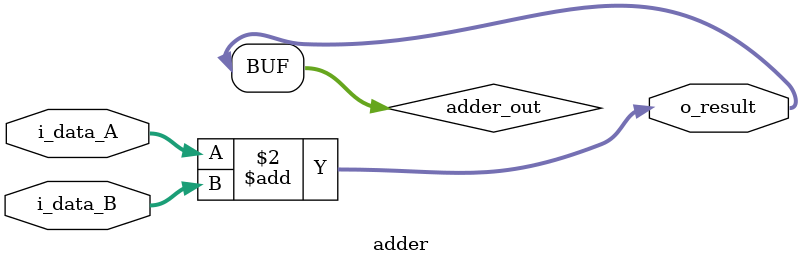
<source format=v>
module adder #(
    parameter NB_DATA = 32
)
(
    input wire  [NB_DATA-1:0] i_data_A,
    input wire  [NB_DATA-1:0] i_data_B,
    output wire [NB_DATA-1:0] o_result
);

reg [NB_DATA-1:0] adder_out;

always @(*) begin
    adder_out = i_data_A + i_data_B;
end

assign o_result = adder_out;

endmodule
</source>
